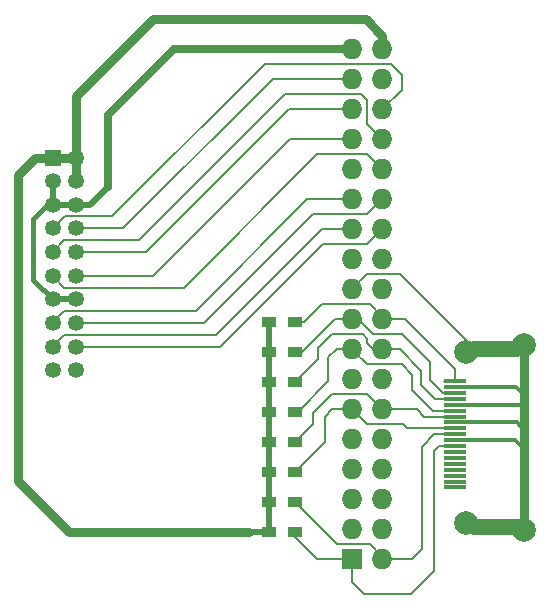
<source format=gtl>
G04 #@! TF.FileFunction,Copper,L1,Top,Signal*
%FSLAX46Y46*%
G04 Gerber Fmt 4.6, Leading zero omitted, Abs format (unit mm)*
G04 Created by KiCad (PCBNEW 4.0.2-stable) date 18/11/2016 09:29:09 a.m.*
%MOMM*%
G01*
G04 APERTURE LIST*
%ADD10C,0.100000*%
%ADD11R,1.727200X1.727200*%
%ADD12O,1.727200X1.727200*%
%ADD13C,2.000000*%
%ADD14R,1.900000X0.300000*%
%ADD15R,1.200000X0.900000*%
%ADD16R,1.350000X1.350000*%
%ADD17C,1.350000*%
%ADD18C,0.200000*%
%ADD19C,0.400000*%
%ADD20C,0.700000*%
%ADD21C,0.500000*%
%ADD22C,0.300000*%
%ADD23C,0.800000*%
G04 APERTURE END LIST*
D10*
D11*
X88509000Y-110890000D03*
D12*
X91049000Y-110890000D03*
X88509000Y-108350000D03*
X91049000Y-108350000D03*
X88509000Y-105810000D03*
X91049000Y-105810000D03*
X88509000Y-103270000D03*
X91049000Y-103270000D03*
X88509000Y-100730000D03*
X91049000Y-100730000D03*
X88509000Y-98190000D03*
X91049000Y-98190000D03*
X88509000Y-95650000D03*
X91049000Y-95650000D03*
X88509000Y-93110000D03*
X91049000Y-93110000D03*
X88509000Y-90570000D03*
X91049000Y-90570000D03*
X88509000Y-88030000D03*
X91049000Y-88030000D03*
X88509000Y-85490000D03*
X91049000Y-85490000D03*
X88509000Y-82950000D03*
X91049000Y-82950000D03*
X88509000Y-80410000D03*
X91049000Y-80410000D03*
X88509000Y-77870000D03*
X91049000Y-77870000D03*
X88509000Y-75330000D03*
X91049000Y-75330000D03*
X88509000Y-72790000D03*
X91049000Y-72790000D03*
X88509000Y-70250000D03*
X91049000Y-70250000D03*
X88509000Y-67710000D03*
X91049000Y-67710000D03*
D13*
X103060200Y-108427600D03*
X103060200Y-92727600D03*
X98110200Y-107827600D03*
X98110200Y-93327600D03*
D14*
X97210200Y-95827600D03*
X97210200Y-96327600D03*
X97210200Y-96827600D03*
X97210200Y-97327600D03*
X97210200Y-97827600D03*
X97210200Y-98327600D03*
X97210200Y-98827600D03*
X97210200Y-99327600D03*
X97210200Y-99827600D03*
X97210200Y-100327600D03*
X97210200Y-100827600D03*
X97210200Y-101327600D03*
X97210200Y-101827600D03*
X97210200Y-102327600D03*
X97210200Y-102827600D03*
X97210200Y-103327600D03*
X97210200Y-103827600D03*
X97210200Y-104327600D03*
X97210200Y-104827600D03*
D15*
X81440000Y-108604000D03*
X83640000Y-108604000D03*
X81440000Y-106064000D03*
X83640000Y-106064000D03*
X81440000Y-103524000D03*
X83640000Y-103524000D03*
X81440000Y-100984000D03*
X83640000Y-100984000D03*
X81440000Y-98444000D03*
X83640000Y-98444000D03*
X81440000Y-95904000D03*
X83640000Y-95904000D03*
X81440000Y-93364000D03*
X83640000Y-93364000D03*
X81440000Y-90824000D03*
X83640000Y-90824000D03*
D16*
X63134400Y-76904800D03*
D17*
X63134400Y-78904800D03*
X63134400Y-80904800D03*
X63134400Y-82904800D03*
X63134400Y-84904800D03*
X63134400Y-86904800D03*
X63134400Y-88904800D03*
X63134400Y-90904800D03*
X63134400Y-92904800D03*
X63134400Y-94904800D03*
X65134400Y-76904800D03*
X65134400Y-78904800D03*
X65134400Y-80904800D03*
X65134400Y-82904800D03*
X65134400Y-84904800D03*
X65134400Y-86904800D03*
X65134400Y-88904800D03*
X65134400Y-90904800D03*
X65134400Y-92904800D03*
X65134400Y-94904800D03*
D18*
X88509000Y-88030000D02*
X88509000Y-87966500D01*
X88509000Y-87966500D02*
X89715500Y-86760000D01*
X89715500Y-86760000D02*
X92509500Y-86760000D01*
X92509500Y-86760000D02*
X98110200Y-92360700D01*
X98110200Y-92360700D02*
X98110200Y-93327600D01*
D19*
X63134400Y-80904800D02*
X62677700Y-80904800D01*
X62677700Y-80904800D02*
X61458000Y-82124500D01*
X61458000Y-87228400D02*
X63134400Y-88904800D01*
X61458000Y-82124500D02*
X61458000Y-87228400D01*
D20*
X67808000Y-79394000D02*
X67808000Y-73298000D01*
D21*
X66297200Y-80904800D02*
X67808000Y-79394000D01*
X65134400Y-80904800D02*
X66297200Y-80904800D01*
D20*
X73396000Y-67710000D02*
X88509000Y-67710000D01*
X67808000Y-73298000D02*
X73396000Y-67710000D01*
D21*
X63134400Y-88904800D02*
X65134400Y-88904800D01*
X63134400Y-78904800D02*
X63134400Y-80904800D01*
X63134400Y-80904800D02*
X65134400Y-80904800D01*
D22*
X63134400Y-88904800D02*
X63134400Y-88842800D01*
X97210200Y-100827600D02*
X102322600Y-100827600D01*
X102322600Y-100827600D02*
X103060200Y-101565200D01*
X97210200Y-99327600D02*
X102448200Y-99327600D01*
X102448200Y-99327600D02*
X103060200Y-99939600D01*
X97210200Y-97827600D02*
X102784600Y-97827600D01*
X102784600Y-97827600D02*
X103060200Y-97552000D01*
X97210200Y-96327600D02*
X102369200Y-96327600D01*
X102369200Y-96327600D02*
X103060200Y-97018600D01*
D23*
X98110200Y-93327600D02*
X102460200Y-93327600D01*
X102460200Y-93327600D02*
X103060200Y-92727600D01*
X103060200Y-92727600D02*
X98710200Y-92727600D01*
X98710200Y-92727600D02*
X98110200Y-93327600D01*
X98710200Y-92727600D02*
X98110200Y-93327600D01*
X103060200Y-108427600D02*
X103060200Y-101565200D01*
X103060200Y-101565200D02*
X103060200Y-99939600D01*
X103060200Y-99939600D02*
X103060200Y-97552000D01*
X103060200Y-97552000D02*
X103060200Y-97018600D01*
X103060200Y-97018600D02*
X103060200Y-92727600D01*
X103060200Y-108427600D02*
X98710200Y-108427600D01*
X98710200Y-108427600D02*
X98110200Y-107827600D01*
X98110200Y-107827600D02*
X102460200Y-107827600D01*
X102460200Y-107827600D02*
X103060200Y-108427600D01*
D22*
X98710200Y-108427600D02*
X98110200Y-107827600D01*
X103060200Y-108427600D02*
X102460200Y-107827600D01*
D21*
X81440000Y-108604000D02*
X81440000Y-106064000D01*
X81440000Y-106064000D02*
X81440000Y-103524000D01*
X81440000Y-103524000D02*
X81440000Y-100984000D01*
X81440000Y-100984000D02*
X81440000Y-98444000D01*
X81440000Y-98444000D02*
X81440000Y-95904000D01*
X81440000Y-95904000D02*
X81440000Y-93364000D01*
X81440000Y-93364000D02*
X81440000Y-90824000D01*
X81440000Y-108604000D02*
X79492000Y-108604000D01*
D23*
X63134400Y-76904800D02*
X61661200Y-76904800D01*
X64506000Y-108604000D02*
X79492000Y-108604000D01*
X79492000Y-108604000D02*
X79746000Y-108604000D01*
X60188000Y-104286000D02*
X64506000Y-108604000D01*
X60188000Y-78378000D02*
X60188000Y-104286000D01*
X61661200Y-76904800D02*
X60188000Y-78378000D01*
X65134400Y-78904800D02*
X65134400Y-76904800D01*
X65134400Y-76904800D02*
X63134400Y-76904800D01*
X91049000Y-67710000D02*
X91049000Y-66567000D01*
X65134400Y-71653600D02*
X65134400Y-76904800D01*
X71618000Y-65170000D02*
X65134400Y-71653600D01*
X89652000Y-65170000D02*
X71618000Y-65170000D01*
X91049000Y-66567000D02*
X89652000Y-65170000D01*
D18*
X88509000Y-110890000D02*
X85524500Y-110890000D01*
X85524500Y-110890000D02*
X83640000Y-109005500D01*
X83640000Y-109005500D02*
X83640000Y-108604000D01*
X88509000Y-110890000D02*
X88509000Y-112858500D01*
X95848900Y-101327600D02*
X97210200Y-101327600D01*
X95430500Y-101746000D02*
X95848900Y-101327600D01*
X95430500Y-102381000D02*
X95430500Y-101746000D01*
X95430500Y-111906000D02*
X95430500Y-102381000D01*
X93462000Y-113874500D02*
X95430500Y-111906000D01*
X89525000Y-113874500D02*
X93462000Y-113874500D01*
X88509000Y-112858500D02*
X89525000Y-113874500D01*
X91049000Y-110890000D02*
X91049000Y-110699500D01*
X91049000Y-110699500D02*
X89969500Y-109620000D01*
X87196000Y-109620000D02*
X83640000Y-106064000D01*
X89969500Y-109620000D02*
X87196000Y-109620000D01*
X91049000Y-110890000D02*
X93525500Y-110890000D01*
X95451900Y-100327600D02*
X97210200Y-100327600D01*
X94414500Y-101365000D02*
X95451900Y-100327600D01*
X94414500Y-110001000D02*
X94414500Y-101365000D01*
X93525500Y-110890000D02*
X94414500Y-110001000D01*
X88509000Y-98190000D02*
X86794500Y-98190000D01*
X86159500Y-101004500D02*
X83640000Y-103524000D01*
X86159500Y-98825000D02*
X86159500Y-101004500D01*
X86794500Y-98190000D02*
X86159500Y-98825000D01*
X88509000Y-98190000D02*
X89779000Y-99460000D01*
X93131100Y-99827600D02*
X97210200Y-99827600D01*
X92763500Y-99460000D02*
X93131100Y-99827600D01*
X89779000Y-99460000D02*
X92763500Y-99460000D01*
X88509000Y-98190000D02*
X88572500Y-98190000D01*
X91049000Y-98190000D02*
X89779000Y-96920000D01*
X85207000Y-99417000D02*
X83640000Y-100984000D01*
X85207000Y-98507500D02*
X85207000Y-99417000D01*
X86794500Y-96920000D02*
X85207000Y-98507500D01*
X89779000Y-96920000D02*
X86794500Y-96920000D01*
X91049000Y-98190000D02*
X93970000Y-98190000D01*
X94607600Y-98827600D02*
X97210200Y-98827600D01*
X93970000Y-98190000D02*
X94607600Y-98827600D01*
X83640000Y-98444000D02*
X83873500Y-98444000D01*
X83873500Y-98444000D02*
X86477000Y-95840500D01*
X86477000Y-95840500D02*
X86477000Y-93808500D01*
X86477000Y-93808500D02*
X87175500Y-93110000D01*
X87175500Y-93110000D02*
X88509000Y-93110000D01*
X88509000Y-93110000D02*
X88509000Y-93173500D01*
X88509000Y-93173500D02*
X89715500Y-94380000D01*
X89715500Y-94380000D02*
X92700000Y-94380000D01*
X92700000Y-94380000D02*
X93589000Y-95269000D01*
X93589000Y-95269000D02*
X93589000Y-96602500D01*
X93589000Y-96602500D02*
X95314100Y-98327600D01*
X95314100Y-98327600D02*
X97210200Y-98327600D01*
X91049000Y-93110000D02*
X90287000Y-93110000D01*
X90287000Y-93110000D02*
X89779000Y-92602000D01*
X85588000Y-93956000D02*
X83640000Y-95904000D01*
X85588000Y-93046500D02*
X85588000Y-93956000D01*
X86794500Y-91840000D02*
X85588000Y-93046500D01*
X89398000Y-91840000D02*
X86794500Y-91840000D01*
X89779000Y-92221000D02*
X89398000Y-91840000D01*
X89779000Y-92602000D02*
X89779000Y-92221000D01*
X91049000Y-93110000D02*
X90858500Y-93110000D01*
X97210200Y-97327600D02*
X95520600Y-97327600D01*
X92509500Y-93110000D02*
X91049000Y-93110000D01*
X94351000Y-94951500D02*
X92509500Y-93110000D01*
X94351000Y-96158000D02*
X94351000Y-94951500D01*
X95520600Y-97327600D02*
X94351000Y-96158000D01*
X83640000Y-93364000D02*
X84254500Y-93364000D01*
X87048500Y-90570000D02*
X88509000Y-90570000D01*
X84254500Y-93364000D02*
X87048500Y-90570000D01*
X89017000Y-90570000D02*
X90287000Y-91840000D01*
X96163600Y-96827600D02*
X97210200Y-96827600D01*
X95049500Y-95713500D02*
X96163600Y-96827600D01*
X95049500Y-94189500D02*
X95049500Y-95713500D01*
X92700000Y-91840000D02*
X95049500Y-94189500D01*
X90287000Y-91840000D02*
X92700000Y-91840000D01*
X84127500Y-93364000D02*
X83640000Y-93364000D01*
X86540500Y-89300000D02*
X85905500Y-89300000D01*
X89969500Y-89300000D02*
X86540500Y-89300000D01*
X91049000Y-90379500D02*
X89969500Y-89300000D01*
X84381500Y-90824000D02*
X83640000Y-90824000D01*
X85905500Y-89300000D02*
X84381500Y-90824000D01*
X91049000Y-90570000D02*
X91049000Y-90379500D01*
X97210200Y-95827600D02*
X97210200Y-94826200D01*
X92954000Y-90570000D02*
X91049000Y-90570000D01*
X97210200Y-94826200D02*
X92954000Y-90570000D01*
X97210200Y-95827600D02*
X96306600Y-95827600D01*
D22*
X97144800Y-95827600D02*
X97210200Y-95827600D01*
D18*
X63134400Y-90904800D02*
X63134400Y-90862100D01*
X63134400Y-90862100D02*
X64125000Y-89871500D01*
X64125000Y-89871500D02*
X75237500Y-89871500D01*
X75237500Y-89871500D02*
X84699000Y-80410000D01*
X84699000Y-80410000D02*
X88509000Y-80410000D01*
X91049000Y-80410000D02*
X89779000Y-81680000D01*
X75982200Y-90904800D02*
X65134400Y-90904800D01*
X85207000Y-81680000D02*
X75982200Y-90904800D01*
X89779000Y-81680000D02*
X85207000Y-81680000D01*
D22*
X65134400Y-90904800D02*
X64577600Y-90904800D01*
D18*
X63134400Y-86904800D02*
X63134400Y-86912400D01*
X63134400Y-86912400D02*
X64125000Y-87903000D01*
X64125000Y-87903000D02*
X74221500Y-87903000D01*
X74221500Y-87903000D02*
X85524500Y-76600000D01*
X85524500Y-76600000D02*
X89779000Y-76600000D01*
X89779000Y-76600000D02*
X91049000Y-77870000D01*
X65134400Y-86904800D02*
X71663700Y-86904800D01*
X83238500Y-75330000D02*
X88509000Y-75330000D01*
X71663700Y-86904800D02*
X83238500Y-75330000D01*
X63134400Y-84904800D02*
X63134400Y-84893100D01*
X63134400Y-84893100D02*
X64125000Y-83902500D01*
X89779000Y-74060000D02*
X91049000Y-75330000D01*
X89779000Y-72028000D02*
X89779000Y-74060000D01*
X89271000Y-71520000D02*
X89779000Y-72028000D01*
X82794000Y-71520000D02*
X89271000Y-71520000D01*
X70411500Y-83902500D02*
X82794000Y-71520000D01*
X64125000Y-83902500D02*
X70411500Y-83902500D01*
X65134400Y-84904800D02*
X71060200Y-84904800D01*
X83175000Y-72790000D02*
X88509000Y-72790000D01*
X71060200Y-84904800D02*
X83175000Y-72790000D01*
D22*
X65134400Y-84904800D02*
X64735600Y-84904800D01*
D18*
X63134400Y-82904800D02*
X63154200Y-82904800D01*
X63154200Y-82904800D02*
X64188500Y-81870500D01*
X64188500Y-81870500D02*
X68189000Y-81870500D01*
X68189000Y-81870500D02*
X81079500Y-68980000D01*
X81079500Y-68980000D02*
X91811000Y-68980000D01*
X91811000Y-68980000D02*
X92700000Y-69869000D01*
X92700000Y-69869000D02*
X92700000Y-71139000D01*
X92700000Y-71139000D02*
X91049000Y-72790000D01*
X65134400Y-82904800D02*
X69123200Y-82904800D01*
X81778000Y-70250000D02*
X88509000Y-70250000D01*
X69123200Y-82904800D02*
X81778000Y-70250000D01*
X63134400Y-92904800D02*
X63134400Y-92894100D01*
X63134400Y-92894100D02*
X64125000Y-91903500D01*
X64125000Y-91903500D02*
X76952000Y-91903500D01*
X76952000Y-91903500D02*
X85905500Y-82950000D01*
X85905500Y-82950000D02*
X88509000Y-82950000D01*
X91049000Y-82950000D02*
X90985500Y-82950000D01*
X90985500Y-82950000D02*
X89715500Y-84220000D01*
X89715500Y-84220000D02*
X86032500Y-84220000D01*
X86032500Y-84220000D02*
X77347700Y-92904800D01*
X77347700Y-92904800D02*
X65134400Y-92904800D01*
M02*

</source>
